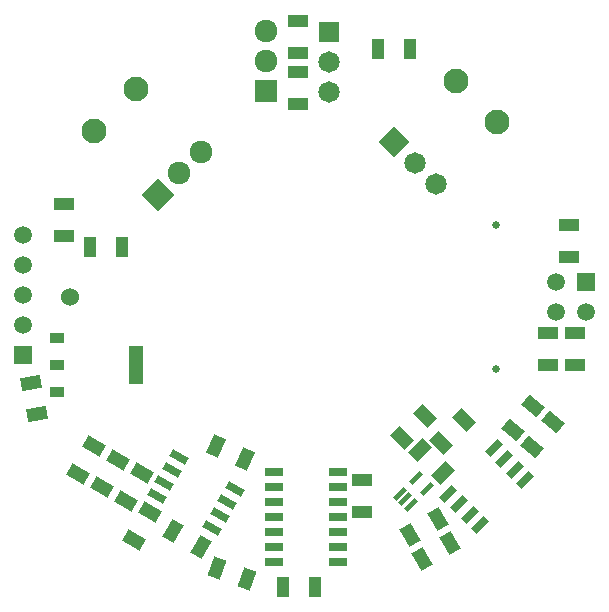
<source format=gbr>
%TF.GenerationSoftware,Altium Limited,Altium Designer,22.1.2 (22)*%
G04 Layer_Color=255*
%FSLAX45Y45*%
%MOMM*%
%TF.SameCoordinates,A05C4332-DD78-49BD-A17D-671ED2E2A3CF*%
%TF.FilePolarity,Positive*%
%TF.FileFunction,Pads,Top*%
%TF.Part,Single*%
G01*
G75*
%TA.AperFunction,SMDPad,CuDef*%
G04:AMPARAMS|DCode=10|XSize=1.7mm|YSize=1.1mm|CornerRadius=0mm|HoleSize=0mm|Usage=FLASHONLY|Rotation=150.000|XOffset=0mm|YOffset=0mm|HoleType=Round|Shape=Rectangle|*
%AMROTATEDRECTD10*
4,1,4,1.01112,0.05132,0.46112,-0.90132,-1.01112,-0.05132,-0.46112,0.90132,1.01112,0.05132,0.0*
%
%ADD10ROTATEDRECTD10*%

G04:AMPARAMS|DCode=11|XSize=1.7mm|YSize=1.1mm|CornerRadius=0mm|HoleSize=0mm|Usage=FLASHONLY|Rotation=135.000|XOffset=0mm|YOffset=0mm|HoleType=Round|Shape=Rectangle|*
%AMROTATEDRECTD11*
4,1,4,0.98995,-0.21213,0.21213,-0.98995,-0.98995,0.21213,-0.21213,0.98995,0.98995,-0.21213,0.0*
%
%ADD11ROTATEDRECTD11*%

%ADD12R,1.30000X3.25000*%
%ADD13R,1.30000X0.95000*%
G04:AMPARAMS|DCode=14|XSize=1.7mm|YSize=1.1mm|CornerRadius=0mm|HoleSize=0mm|Usage=FLASHONLY|Rotation=60.000|XOffset=0mm|YOffset=0mm|HoleType=Round|Shape=Rectangle|*
%AMROTATEDRECTD14*
4,1,4,0.05132,-1.01112,-0.90132,-0.46112,-0.05132,1.01112,0.90132,0.46112,0.05132,-1.01112,0.0*
%
%ADD14ROTATEDRECTD14*%

G04:AMPARAMS|DCode=15|XSize=1.2mm|YSize=0.4mm|CornerRadius=0mm|HoleSize=0mm|Usage=FLASHONLY|Rotation=45.000|XOffset=0mm|YOffset=0mm|HoleType=Round|Shape=Rectangle|*
%AMROTATEDRECTD15*
4,1,4,-0.28284,-0.56569,-0.56569,-0.28284,0.28284,0.56569,0.56569,0.28284,-0.28284,-0.56569,0.0*
%
%ADD15ROTATEDRECTD15*%

G04:AMPARAMS|DCode=16|XSize=1.7mm|YSize=1.1mm|CornerRadius=0mm|HoleSize=0mm|Usage=FLASHONLY|Rotation=225.000|XOffset=0mm|YOffset=0mm|HoleType=Round|Shape=Rectangle|*
%AMROTATEDRECTD16*
4,1,4,0.21213,0.98995,0.98995,0.21213,-0.21213,-0.98995,-0.98995,-0.21213,0.21213,0.98995,0.0*
%
%ADD16ROTATEDRECTD16*%

%ADD17R,1.10000X1.70000*%
%ADD18R,1.70000X1.10000*%
G04:AMPARAMS|DCode=19|XSize=1.525mm|YSize=0.65mm|CornerRadius=0mm|HoleSize=0mm|Usage=FLASHONLY|Rotation=225.000|XOffset=0mm|YOffset=0mm|HoleType=Round|Shape=Rectangle|*
%AMROTATEDRECTD19*
4,1,4,0.30936,0.76898,0.76898,0.30936,-0.30936,-0.76898,-0.76898,-0.30936,0.30936,0.76898,0.0*
%
%ADD19ROTATEDRECTD19*%

G04:AMPARAMS|DCode=20|XSize=1.7mm|YSize=1.1mm|CornerRadius=0mm|HoleSize=0mm|Usage=FLASHONLY|Rotation=245.000|XOffset=0mm|YOffset=0mm|HoleType=Round|Shape=Rectangle|*
%AMROTATEDRECTD20*
4,1,4,-0.13925,1.00280,0.85770,0.53792,0.13925,-1.00280,-0.85770,-0.53792,-0.13925,1.00280,0.0*
%
%ADD20ROTATEDRECTD20*%

G04:AMPARAMS|DCode=21|XSize=1.7mm|YSize=1.1mm|CornerRadius=0mm|HoleSize=0mm|Usage=FLASHONLY|Rotation=320.000|XOffset=0mm|YOffset=0mm|HoleType=Round|Shape=Rectangle|*
%AMROTATEDRECTD21*
4,1,4,-1.00467,0.12504,-0.29760,0.96770,1.00467,-0.12504,0.29760,-0.96770,-1.00467,0.12504,0.0*
%
%ADD21ROTATEDRECTD21*%

G04:AMPARAMS|DCode=22|XSize=1.7mm|YSize=1.1mm|CornerRadius=0mm|HoleSize=0mm|Usage=FLASHONLY|Rotation=70.000|XOffset=0mm|YOffset=0mm|HoleType=Round|Shape=Rectangle|*
%AMROTATEDRECTD22*
4,1,4,0.22612,-0.98685,-0.80755,-0.61063,-0.22612,0.98685,0.80755,0.61063,0.22612,-0.98685,0.0*
%
%ADD22ROTATEDRECTD22*%

G04:AMPARAMS|DCode=23|XSize=1.7mm|YSize=1.1mm|CornerRadius=0mm|HoleSize=0mm|Usage=FLASHONLY|Rotation=120.000|XOffset=0mm|YOffset=0mm|HoleType=Round|Shape=Rectangle|*
%AMROTATEDRECTD23*
4,1,4,0.90132,-0.46112,-0.05132,-1.01112,-0.90132,0.46112,0.05132,1.01112,0.90132,-0.46112,0.0*
%
%ADD23ROTATEDRECTD23*%

%TA.AperFunction,ConnectorPad*%
%ADD24R,1.70000X1.10000*%
%TA.AperFunction,SMDPad,CuDef*%
G04:AMPARAMS|DCode=25|XSize=1.7mm|YSize=1.1mm|CornerRadius=0mm|HoleSize=0mm|Usage=FLASHONLY|Rotation=10.000|XOffset=0mm|YOffset=0mm|HoleType=Round|Shape=Rectangle|*
%AMROTATEDRECTD25*
4,1,4,-0.74158,-0.68925,-0.93259,0.39405,0.74158,0.68925,0.93259,-0.39405,-0.74158,-0.68925,0.0*
%
%ADD25ROTATEDRECTD25*%

G04:AMPARAMS|DCode=26|XSize=1.525mm|YSize=0.65mm|CornerRadius=0mm|HoleSize=0mm|Usage=FLASHONLY|Rotation=330.000|XOffset=0mm|YOffset=0mm|HoleType=Round|Shape=Rectangle|*
%AMROTATEDRECTD26*
4,1,4,-0.82285,0.09979,-0.49785,0.66271,0.82285,-0.09979,0.49785,-0.66271,-0.82285,0.09979,0.0*
%
%ADD26ROTATEDRECTD26*%

%ADD27R,1.52500X0.65000*%
%TA.AperFunction,ComponentPad*%
%ADD33R,1.50000X1.50000*%
%ADD34C,1.50000*%
%ADD35C,1.92000*%
%ADD36P,2.71529X4X90.0*%
%ADD37C,0.65000*%
%ADD38R,1.50000X1.50000*%
%ADD39R,1.81500X1.81500*%
%ADD40C,1.81500*%
%ADD41R,1.92000X1.92000*%
%ADD42C,2.10000*%
%ADD43P,2.56680X4X360.0*%
%TA.AperFunction,ViaPad*%
%ADD44C,1.52400*%
D10*
X1324800Y777313D02*
D03*
X1189800Y543487D02*
D03*
X1261300Y1107513D02*
D03*
X1126300Y873687D02*
D03*
X1058100Y1221813D02*
D03*
X923100Y987987D02*
D03*
X854900Y1336113D02*
D03*
X719900Y1102287D02*
D03*
D11*
X3981659Y1555959D02*
D03*
X3790741Y1365041D02*
D03*
X3651459Y1594059D02*
D03*
X3460541Y1403141D02*
D03*
D12*
X1211300Y2019300D02*
D03*
D13*
X541300Y1790300D02*
D03*
Y2019300D02*
D03*
Y2248300D02*
D03*
D14*
X1755213Y478600D02*
D03*
X1521387Y613600D02*
D03*
D15*
X3577213Y1065637D02*
D03*
X3669137Y973713D02*
D03*
X3534787Y839363D02*
D03*
X3488825Y885325D02*
D03*
X3442863Y931287D02*
D03*
D16*
X3612941Y1301959D02*
D03*
X3803859Y1111041D02*
D03*
D17*
X2455800Y139700D02*
D03*
X2725800D02*
D03*
X3255900Y4699000D02*
D03*
X3525900D02*
D03*
X817500Y3022600D02*
D03*
X1087500D02*
D03*
D18*
X596900Y3116200D02*
D03*
Y3386200D02*
D03*
X4699000Y2294000D02*
D03*
Y2024000D02*
D03*
X4927600D02*
D03*
Y2294000D02*
D03*
X2578100Y4503800D02*
D03*
Y4233800D02*
D03*
X3124200Y779400D02*
D03*
Y1049400D02*
D03*
X4876800Y2938400D02*
D03*
Y3208400D02*
D03*
D19*
X4121236Y664129D02*
D03*
X4031434Y753931D02*
D03*
X3941631Y843734D02*
D03*
X3851829Y933536D02*
D03*
X4235364Y1317071D02*
D03*
X4325166Y1227269D02*
D03*
X4414969Y1137466D02*
D03*
X4504771Y1047664D02*
D03*
D20*
X2128951Y1225647D02*
D03*
X1884249Y1339753D02*
D03*
D21*
X4569876Y1678216D02*
D03*
X4396324Y1471384D02*
D03*
X4561424Y1331684D02*
D03*
X4734976Y1538516D02*
D03*
D22*
X1892441Y300173D02*
D03*
X2146159Y207827D02*
D03*
D23*
X3629587Y377000D02*
D03*
X3863413Y512000D02*
D03*
X3761813Y715200D02*
D03*
X3527987Y580200D02*
D03*
D24*
X2578100Y4665600D02*
D03*
Y4935600D02*
D03*
D25*
X319458Y1872849D02*
D03*
X366342Y1606951D02*
D03*
D26*
X2044616Y969178D02*
D03*
X1981116Y859193D02*
D03*
X1917616Y749207D02*
D03*
X1854116Y639222D02*
D03*
X1384384Y910422D02*
D03*
X1447884Y1020407D02*
D03*
X1511384Y1130393D02*
D03*
X1574884Y1240378D02*
D03*
D27*
X2917300Y355600D02*
D03*
Y482600D02*
D03*
Y609600D02*
D03*
Y736600D02*
D03*
Y863600D02*
D03*
Y990600D02*
D03*
Y1117600D02*
D03*
X2374900D02*
D03*
Y990600D02*
D03*
Y863600D02*
D03*
Y736600D02*
D03*
Y609600D02*
D03*
Y482600D02*
D03*
Y355600D02*
D03*
D33*
X254000Y2108200D02*
D03*
D34*
Y2362200D02*
D03*
Y2616200D02*
D03*
Y2870200D02*
D03*
Y3124200D02*
D03*
X4762800Y2727000D02*
D03*
Y2473000D02*
D03*
X5016800D02*
D03*
D35*
X1754405Y3824505D02*
D03*
X1574800Y3644900D02*
D03*
X2311400Y4597400D02*
D03*
Y4851400D02*
D03*
D36*
X1395195Y3465295D02*
D03*
D37*
X4254800Y1992383D02*
D03*
Y3208541D02*
D03*
D38*
X5016800Y2727000D02*
D03*
D39*
X2844800Y4838700D02*
D03*
D40*
X2844800Y4584700D02*
D03*
X2844800Y4330700D02*
D03*
X3568700Y3733800D02*
D03*
X3748305Y3554195D02*
D03*
D41*
X2311400Y4343400D02*
D03*
D42*
X4267200Y4076700D02*
D03*
X3913647Y4430253D02*
D03*
X1206500Y4356100D02*
D03*
X852947Y4002547D02*
D03*
D43*
X3389095Y3913405D02*
D03*
D44*
X650000Y2600000D02*
D03*
%TF.MD5,94325f883f6a02fca4deaa4009c9dae0*%
M02*

</source>
